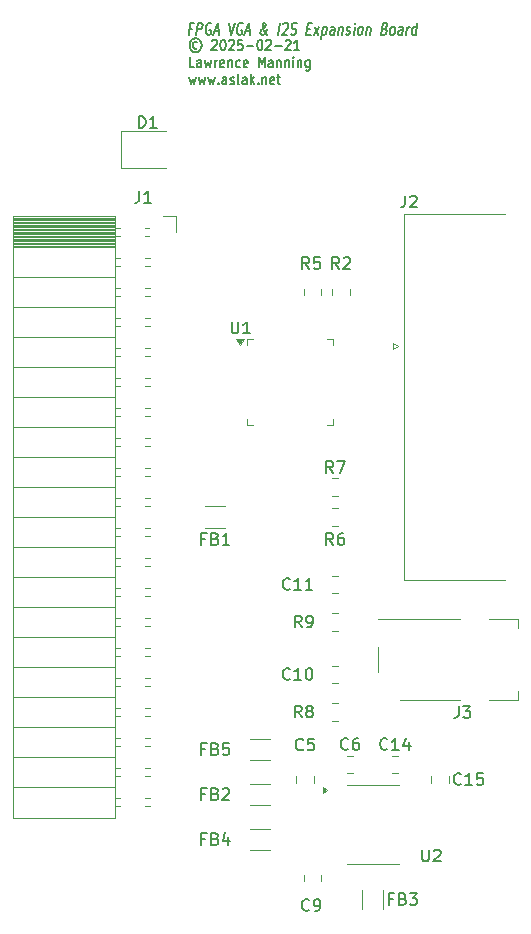
<source format=gbr>
%TF.GenerationSoftware,KiCad,Pcbnew,9.0.2+1*%
%TF.CreationDate,2025-07-26T23:55:51+01:00*%
%TF.ProjectId,ICE40HXDevBoardVGA,49434534-3048-4584-9465-76426f617264,rev?*%
%TF.SameCoordinates,Original*%
%TF.FileFunction,Legend,Top*%
%TF.FilePolarity,Positive*%
%FSLAX46Y46*%
G04 Gerber Fmt 4.6, Leading zero omitted, Abs format (unit mm)*
G04 Created by KiCad (PCBNEW 9.0.2+1) date 2025-07-26 23:55:51*
%MOMM*%
%LPD*%
G01*
G04 APERTURE LIST*
%ADD10C,0.177800*%
%ADD11C,0.190500*%
%ADD12C,0.150000*%
%ADD13C,0.120000*%
G04 APERTURE END LIST*
D10*
X91212258Y-67762450D02*
X91139687Y-67720116D01*
X91139687Y-67720116D02*
X90994544Y-67720116D01*
X90994544Y-67720116D02*
X90921973Y-67762450D01*
X90921973Y-67762450D02*
X90849401Y-67847116D01*
X90849401Y-67847116D02*
X90813115Y-67931783D01*
X90813115Y-67931783D02*
X90813115Y-68101116D01*
X90813115Y-68101116D02*
X90849401Y-68185783D01*
X90849401Y-68185783D02*
X90921973Y-68270450D01*
X90921973Y-68270450D02*
X90994544Y-68312783D01*
X90994544Y-68312783D02*
X91139687Y-68312783D01*
X91139687Y-68312783D02*
X91212258Y-68270450D01*
X91067115Y-67423783D02*
X90885687Y-67466116D01*
X90885687Y-67466116D02*
X90704258Y-67593116D01*
X90704258Y-67593116D02*
X90595401Y-67804783D01*
X90595401Y-67804783D02*
X90559115Y-68016450D01*
X90559115Y-68016450D02*
X90595401Y-68228116D01*
X90595401Y-68228116D02*
X90704258Y-68439783D01*
X90704258Y-68439783D02*
X90885687Y-68566783D01*
X90885687Y-68566783D02*
X91067115Y-68609116D01*
X91067115Y-68609116D02*
X91248544Y-68566783D01*
X91248544Y-68566783D02*
X91429973Y-68439783D01*
X91429973Y-68439783D02*
X91538830Y-68228116D01*
X91538830Y-68228116D02*
X91575115Y-68016450D01*
X91575115Y-68016450D02*
X91538830Y-67804783D01*
X91538830Y-67804783D02*
X91429973Y-67593116D01*
X91429973Y-67593116D02*
X91248544Y-67466116D01*
X91248544Y-67466116D02*
X91067115Y-67423783D01*
X92445972Y-67635450D02*
X92482258Y-67593116D01*
X92482258Y-67593116D02*
X92554830Y-67550783D01*
X92554830Y-67550783D02*
X92736258Y-67550783D01*
X92736258Y-67550783D02*
X92808830Y-67593116D01*
X92808830Y-67593116D02*
X92845115Y-67635450D01*
X92845115Y-67635450D02*
X92881401Y-67720116D01*
X92881401Y-67720116D02*
X92881401Y-67804783D01*
X92881401Y-67804783D02*
X92845115Y-67931783D01*
X92845115Y-67931783D02*
X92409687Y-68439783D01*
X92409687Y-68439783D02*
X92881401Y-68439783D01*
X93353115Y-67550783D02*
X93425686Y-67550783D01*
X93425686Y-67550783D02*
X93498258Y-67593116D01*
X93498258Y-67593116D02*
X93534544Y-67635450D01*
X93534544Y-67635450D02*
X93570829Y-67720116D01*
X93570829Y-67720116D02*
X93607115Y-67889450D01*
X93607115Y-67889450D02*
X93607115Y-68101116D01*
X93607115Y-68101116D02*
X93570829Y-68270450D01*
X93570829Y-68270450D02*
X93534544Y-68355116D01*
X93534544Y-68355116D02*
X93498258Y-68397450D01*
X93498258Y-68397450D02*
X93425686Y-68439783D01*
X93425686Y-68439783D02*
X93353115Y-68439783D01*
X93353115Y-68439783D02*
X93280544Y-68397450D01*
X93280544Y-68397450D02*
X93244258Y-68355116D01*
X93244258Y-68355116D02*
X93207972Y-68270450D01*
X93207972Y-68270450D02*
X93171686Y-68101116D01*
X93171686Y-68101116D02*
X93171686Y-67889450D01*
X93171686Y-67889450D02*
X93207972Y-67720116D01*
X93207972Y-67720116D02*
X93244258Y-67635450D01*
X93244258Y-67635450D02*
X93280544Y-67593116D01*
X93280544Y-67593116D02*
X93353115Y-67550783D01*
X93897400Y-67635450D02*
X93933686Y-67593116D01*
X93933686Y-67593116D02*
X94006258Y-67550783D01*
X94006258Y-67550783D02*
X94187686Y-67550783D01*
X94187686Y-67550783D02*
X94260258Y-67593116D01*
X94260258Y-67593116D02*
X94296543Y-67635450D01*
X94296543Y-67635450D02*
X94332829Y-67720116D01*
X94332829Y-67720116D02*
X94332829Y-67804783D01*
X94332829Y-67804783D02*
X94296543Y-67931783D01*
X94296543Y-67931783D02*
X93861115Y-68439783D01*
X93861115Y-68439783D02*
X94332829Y-68439783D01*
X95022257Y-67550783D02*
X94659400Y-67550783D01*
X94659400Y-67550783D02*
X94623114Y-67974116D01*
X94623114Y-67974116D02*
X94659400Y-67931783D01*
X94659400Y-67931783D02*
X94731972Y-67889450D01*
X94731972Y-67889450D02*
X94913400Y-67889450D01*
X94913400Y-67889450D02*
X94985972Y-67931783D01*
X94985972Y-67931783D02*
X95022257Y-67974116D01*
X95022257Y-67974116D02*
X95058543Y-68058783D01*
X95058543Y-68058783D02*
X95058543Y-68270450D01*
X95058543Y-68270450D02*
X95022257Y-68355116D01*
X95022257Y-68355116D02*
X94985972Y-68397450D01*
X94985972Y-68397450D02*
X94913400Y-68439783D01*
X94913400Y-68439783D02*
X94731972Y-68439783D01*
X94731972Y-68439783D02*
X94659400Y-68397450D01*
X94659400Y-68397450D02*
X94623114Y-68355116D01*
X95385114Y-68101116D02*
X95965686Y-68101116D01*
X96473686Y-67550783D02*
X96546257Y-67550783D01*
X96546257Y-67550783D02*
X96618829Y-67593116D01*
X96618829Y-67593116D02*
X96655115Y-67635450D01*
X96655115Y-67635450D02*
X96691400Y-67720116D01*
X96691400Y-67720116D02*
X96727686Y-67889450D01*
X96727686Y-67889450D02*
X96727686Y-68101116D01*
X96727686Y-68101116D02*
X96691400Y-68270450D01*
X96691400Y-68270450D02*
X96655115Y-68355116D01*
X96655115Y-68355116D02*
X96618829Y-68397450D01*
X96618829Y-68397450D02*
X96546257Y-68439783D01*
X96546257Y-68439783D02*
X96473686Y-68439783D01*
X96473686Y-68439783D02*
X96401115Y-68397450D01*
X96401115Y-68397450D02*
X96364829Y-68355116D01*
X96364829Y-68355116D02*
X96328543Y-68270450D01*
X96328543Y-68270450D02*
X96292257Y-68101116D01*
X96292257Y-68101116D02*
X96292257Y-67889450D01*
X96292257Y-67889450D02*
X96328543Y-67720116D01*
X96328543Y-67720116D02*
X96364829Y-67635450D01*
X96364829Y-67635450D02*
X96401115Y-67593116D01*
X96401115Y-67593116D02*
X96473686Y-67550783D01*
X97017971Y-67635450D02*
X97054257Y-67593116D01*
X97054257Y-67593116D02*
X97126829Y-67550783D01*
X97126829Y-67550783D02*
X97308257Y-67550783D01*
X97308257Y-67550783D02*
X97380829Y-67593116D01*
X97380829Y-67593116D02*
X97417114Y-67635450D01*
X97417114Y-67635450D02*
X97453400Y-67720116D01*
X97453400Y-67720116D02*
X97453400Y-67804783D01*
X97453400Y-67804783D02*
X97417114Y-67931783D01*
X97417114Y-67931783D02*
X96981686Y-68439783D01*
X96981686Y-68439783D02*
X97453400Y-68439783D01*
X97779971Y-68101116D02*
X98360543Y-68101116D01*
X98687114Y-67635450D02*
X98723400Y-67593116D01*
X98723400Y-67593116D02*
X98795972Y-67550783D01*
X98795972Y-67550783D02*
X98977400Y-67550783D01*
X98977400Y-67550783D02*
X99049972Y-67593116D01*
X99049972Y-67593116D02*
X99086257Y-67635450D01*
X99086257Y-67635450D02*
X99122543Y-67720116D01*
X99122543Y-67720116D02*
X99122543Y-67804783D01*
X99122543Y-67804783D02*
X99086257Y-67931783D01*
X99086257Y-67931783D02*
X98650829Y-68439783D01*
X98650829Y-68439783D02*
X99122543Y-68439783D01*
X99848257Y-68439783D02*
X99412828Y-68439783D01*
X99630543Y-68439783D02*
X99630543Y-67550783D01*
X99630543Y-67550783D02*
X99557971Y-67677783D01*
X99557971Y-67677783D02*
X99485400Y-67762450D01*
X99485400Y-67762450D02*
X99412828Y-67804783D01*
X90958258Y-69871023D02*
X90595401Y-69871023D01*
X90595401Y-69871023D02*
X90595401Y-68982023D01*
X91538830Y-69871023D02*
X91538830Y-69405356D01*
X91538830Y-69405356D02*
X91502544Y-69320690D01*
X91502544Y-69320690D02*
X91429972Y-69278356D01*
X91429972Y-69278356D02*
X91284830Y-69278356D01*
X91284830Y-69278356D02*
X91212258Y-69320690D01*
X91538830Y-69828690D02*
X91466258Y-69871023D01*
X91466258Y-69871023D02*
X91284830Y-69871023D01*
X91284830Y-69871023D02*
X91212258Y-69828690D01*
X91212258Y-69828690D02*
X91175972Y-69744023D01*
X91175972Y-69744023D02*
X91175972Y-69659356D01*
X91175972Y-69659356D02*
X91212258Y-69574690D01*
X91212258Y-69574690D02*
X91284830Y-69532356D01*
X91284830Y-69532356D02*
X91466258Y-69532356D01*
X91466258Y-69532356D02*
X91538830Y-69490023D01*
X91829116Y-69278356D02*
X91974259Y-69871023D01*
X91974259Y-69871023D02*
X92119401Y-69447690D01*
X92119401Y-69447690D02*
X92264544Y-69871023D01*
X92264544Y-69871023D02*
X92409687Y-69278356D01*
X92699973Y-69871023D02*
X92699973Y-69278356D01*
X92699973Y-69447690D02*
X92736259Y-69363023D01*
X92736259Y-69363023D02*
X92772545Y-69320690D01*
X92772545Y-69320690D02*
X92845116Y-69278356D01*
X92845116Y-69278356D02*
X92917687Y-69278356D01*
X93461973Y-69828690D02*
X93389401Y-69871023D01*
X93389401Y-69871023D02*
X93244259Y-69871023D01*
X93244259Y-69871023D02*
X93171687Y-69828690D01*
X93171687Y-69828690D02*
X93135401Y-69744023D01*
X93135401Y-69744023D02*
X93135401Y-69405356D01*
X93135401Y-69405356D02*
X93171687Y-69320690D01*
X93171687Y-69320690D02*
X93244259Y-69278356D01*
X93244259Y-69278356D02*
X93389401Y-69278356D01*
X93389401Y-69278356D02*
X93461973Y-69320690D01*
X93461973Y-69320690D02*
X93498259Y-69405356D01*
X93498259Y-69405356D02*
X93498259Y-69490023D01*
X93498259Y-69490023D02*
X93135401Y-69574690D01*
X93824830Y-69278356D02*
X93824830Y-69871023D01*
X93824830Y-69363023D02*
X93861116Y-69320690D01*
X93861116Y-69320690D02*
X93933687Y-69278356D01*
X93933687Y-69278356D02*
X94042544Y-69278356D01*
X94042544Y-69278356D02*
X94115116Y-69320690D01*
X94115116Y-69320690D02*
X94151402Y-69405356D01*
X94151402Y-69405356D02*
X94151402Y-69871023D01*
X94840831Y-69828690D02*
X94768259Y-69871023D01*
X94768259Y-69871023D02*
X94623116Y-69871023D01*
X94623116Y-69871023D02*
X94550545Y-69828690D01*
X94550545Y-69828690D02*
X94514259Y-69786356D01*
X94514259Y-69786356D02*
X94477973Y-69701690D01*
X94477973Y-69701690D02*
X94477973Y-69447690D01*
X94477973Y-69447690D02*
X94514259Y-69363023D01*
X94514259Y-69363023D02*
X94550545Y-69320690D01*
X94550545Y-69320690D02*
X94623116Y-69278356D01*
X94623116Y-69278356D02*
X94768259Y-69278356D01*
X94768259Y-69278356D02*
X94840831Y-69320690D01*
X95457688Y-69828690D02*
X95385116Y-69871023D01*
X95385116Y-69871023D02*
X95239974Y-69871023D01*
X95239974Y-69871023D02*
X95167402Y-69828690D01*
X95167402Y-69828690D02*
X95131116Y-69744023D01*
X95131116Y-69744023D02*
X95131116Y-69405356D01*
X95131116Y-69405356D02*
X95167402Y-69320690D01*
X95167402Y-69320690D02*
X95239974Y-69278356D01*
X95239974Y-69278356D02*
X95385116Y-69278356D01*
X95385116Y-69278356D02*
X95457688Y-69320690D01*
X95457688Y-69320690D02*
X95493974Y-69405356D01*
X95493974Y-69405356D02*
X95493974Y-69490023D01*
X95493974Y-69490023D02*
X95131116Y-69574690D01*
X96401116Y-69871023D02*
X96401116Y-68982023D01*
X96401116Y-68982023D02*
X96655116Y-69617023D01*
X96655116Y-69617023D02*
X96909116Y-68982023D01*
X96909116Y-68982023D02*
X96909116Y-69871023D01*
X97598545Y-69871023D02*
X97598545Y-69405356D01*
X97598545Y-69405356D02*
X97562259Y-69320690D01*
X97562259Y-69320690D02*
X97489687Y-69278356D01*
X97489687Y-69278356D02*
X97344545Y-69278356D01*
X97344545Y-69278356D02*
X97271973Y-69320690D01*
X97598545Y-69828690D02*
X97525973Y-69871023D01*
X97525973Y-69871023D02*
X97344545Y-69871023D01*
X97344545Y-69871023D02*
X97271973Y-69828690D01*
X97271973Y-69828690D02*
X97235687Y-69744023D01*
X97235687Y-69744023D02*
X97235687Y-69659356D01*
X97235687Y-69659356D02*
X97271973Y-69574690D01*
X97271973Y-69574690D02*
X97344545Y-69532356D01*
X97344545Y-69532356D02*
X97525973Y-69532356D01*
X97525973Y-69532356D02*
X97598545Y-69490023D01*
X97961402Y-69278356D02*
X97961402Y-69871023D01*
X97961402Y-69363023D02*
X97997688Y-69320690D01*
X97997688Y-69320690D02*
X98070259Y-69278356D01*
X98070259Y-69278356D02*
X98179116Y-69278356D01*
X98179116Y-69278356D02*
X98251688Y-69320690D01*
X98251688Y-69320690D02*
X98287974Y-69405356D01*
X98287974Y-69405356D02*
X98287974Y-69871023D01*
X98650831Y-69278356D02*
X98650831Y-69871023D01*
X98650831Y-69363023D02*
X98687117Y-69320690D01*
X98687117Y-69320690D02*
X98759688Y-69278356D01*
X98759688Y-69278356D02*
X98868545Y-69278356D01*
X98868545Y-69278356D02*
X98941117Y-69320690D01*
X98941117Y-69320690D02*
X98977403Y-69405356D01*
X98977403Y-69405356D02*
X98977403Y-69871023D01*
X99340260Y-69871023D02*
X99340260Y-69278356D01*
X99340260Y-68982023D02*
X99303974Y-69024356D01*
X99303974Y-69024356D02*
X99340260Y-69066690D01*
X99340260Y-69066690D02*
X99376546Y-69024356D01*
X99376546Y-69024356D02*
X99340260Y-68982023D01*
X99340260Y-68982023D02*
X99340260Y-69066690D01*
X99703117Y-69278356D02*
X99703117Y-69871023D01*
X99703117Y-69363023D02*
X99739403Y-69320690D01*
X99739403Y-69320690D02*
X99811974Y-69278356D01*
X99811974Y-69278356D02*
X99920831Y-69278356D01*
X99920831Y-69278356D02*
X99993403Y-69320690D01*
X99993403Y-69320690D02*
X100029689Y-69405356D01*
X100029689Y-69405356D02*
X100029689Y-69871023D01*
X100719118Y-69278356D02*
X100719118Y-69998023D01*
X100719118Y-69998023D02*
X100682832Y-70082690D01*
X100682832Y-70082690D02*
X100646546Y-70125023D01*
X100646546Y-70125023D02*
X100573975Y-70167356D01*
X100573975Y-70167356D02*
X100465118Y-70167356D01*
X100465118Y-70167356D02*
X100392546Y-70125023D01*
X100719118Y-69828690D02*
X100646546Y-69871023D01*
X100646546Y-69871023D02*
X100501403Y-69871023D01*
X100501403Y-69871023D02*
X100428832Y-69828690D01*
X100428832Y-69828690D02*
X100392546Y-69786356D01*
X100392546Y-69786356D02*
X100356260Y-69701690D01*
X100356260Y-69701690D02*
X100356260Y-69447690D01*
X100356260Y-69447690D02*
X100392546Y-69363023D01*
X100392546Y-69363023D02*
X100428832Y-69320690D01*
X100428832Y-69320690D02*
X100501403Y-69278356D01*
X100501403Y-69278356D02*
X100646546Y-69278356D01*
X100646546Y-69278356D02*
X100719118Y-69320690D01*
X90522830Y-70709596D02*
X90667973Y-71302263D01*
X90667973Y-71302263D02*
X90813115Y-70878930D01*
X90813115Y-70878930D02*
X90958258Y-71302263D01*
X90958258Y-71302263D02*
X91103401Y-70709596D01*
X91321116Y-70709596D02*
X91466259Y-71302263D01*
X91466259Y-71302263D02*
X91611401Y-70878930D01*
X91611401Y-70878930D02*
X91756544Y-71302263D01*
X91756544Y-71302263D02*
X91901687Y-70709596D01*
X92119402Y-70709596D02*
X92264545Y-71302263D01*
X92264545Y-71302263D02*
X92409687Y-70878930D01*
X92409687Y-70878930D02*
X92554830Y-71302263D01*
X92554830Y-71302263D02*
X92699973Y-70709596D01*
X92990259Y-71217596D02*
X93026545Y-71259930D01*
X93026545Y-71259930D02*
X92990259Y-71302263D01*
X92990259Y-71302263D02*
X92953973Y-71259930D01*
X92953973Y-71259930D02*
X92990259Y-71217596D01*
X92990259Y-71217596D02*
X92990259Y-71302263D01*
X93679688Y-71302263D02*
X93679688Y-70836596D01*
X93679688Y-70836596D02*
X93643402Y-70751930D01*
X93643402Y-70751930D02*
X93570830Y-70709596D01*
X93570830Y-70709596D02*
X93425688Y-70709596D01*
X93425688Y-70709596D02*
X93353116Y-70751930D01*
X93679688Y-71259930D02*
X93607116Y-71302263D01*
X93607116Y-71302263D02*
X93425688Y-71302263D01*
X93425688Y-71302263D02*
X93353116Y-71259930D01*
X93353116Y-71259930D02*
X93316830Y-71175263D01*
X93316830Y-71175263D02*
X93316830Y-71090596D01*
X93316830Y-71090596D02*
X93353116Y-71005930D01*
X93353116Y-71005930D02*
X93425688Y-70963596D01*
X93425688Y-70963596D02*
X93607116Y-70963596D01*
X93607116Y-70963596D02*
X93679688Y-70921263D01*
X94006259Y-71259930D02*
X94078831Y-71302263D01*
X94078831Y-71302263D02*
X94223974Y-71302263D01*
X94223974Y-71302263D02*
X94296545Y-71259930D01*
X94296545Y-71259930D02*
X94332831Y-71175263D01*
X94332831Y-71175263D02*
X94332831Y-71132930D01*
X94332831Y-71132930D02*
X94296545Y-71048263D01*
X94296545Y-71048263D02*
X94223974Y-71005930D01*
X94223974Y-71005930D02*
X94115117Y-71005930D01*
X94115117Y-71005930D02*
X94042545Y-70963596D01*
X94042545Y-70963596D02*
X94006259Y-70878930D01*
X94006259Y-70878930D02*
X94006259Y-70836596D01*
X94006259Y-70836596D02*
X94042545Y-70751930D01*
X94042545Y-70751930D02*
X94115117Y-70709596D01*
X94115117Y-70709596D02*
X94223974Y-70709596D01*
X94223974Y-70709596D02*
X94296545Y-70751930D01*
X94768259Y-71302263D02*
X94695688Y-71259930D01*
X94695688Y-71259930D02*
X94659402Y-71175263D01*
X94659402Y-71175263D02*
X94659402Y-70413263D01*
X95385117Y-71302263D02*
X95385117Y-70836596D01*
X95385117Y-70836596D02*
X95348831Y-70751930D01*
X95348831Y-70751930D02*
X95276259Y-70709596D01*
X95276259Y-70709596D02*
X95131117Y-70709596D01*
X95131117Y-70709596D02*
X95058545Y-70751930D01*
X95385117Y-71259930D02*
X95312545Y-71302263D01*
X95312545Y-71302263D02*
X95131117Y-71302263D01*
X95131117Y-71302263D02*
X95058545Y-71259930D01*
X95058545Y-71259930D02*
X95022259Y-71175263D01*
X95022259Y-71175263D02*
X95022259Y-71090596D01*
X95022259Y-71090596D02*
X95058545Y-71005930D01*
X95058545Y-71005930D02*
X95131117Y-70963596D01*
X95131117Y-70963596D02*
X95312545Y-70963596D01*
X95312545Y-70963596D02*
X95385117Y-70921263D01*
X95747974Y-71302263D02*
X95747974Y-70413263D01*
X95820546Y-70963596D02*
X96038260Y-71302263D01*
X96038260Y-70709596D02*
X95747974Y-71048263D01*
X96364831Y-71217596D02*
X96401117Y-71259930D01*
X96401117Y-71259930D02*
X96364831Y-71302263D01*
X96364831Y-71302263D02*
X96328545Y-71259930D01*
X96328545Y-71259930D02*
X96364831Y-71217596D01*
X96364831Y-71217596D02*
X96364831Y-71302263D01*
X96727688Y-70709596D02*
X96727688Y-71302263D01*
X96727688Y-70794263D02*
X96763974Y-70751930D01*
X96763974Y-70751930D02*
X96836545Y-70709596D01*
X96836545Y-70709596D02*
X96945402Y-70709596D01*
X96945402Y-70709596D02*
X97017974Y-70751930D01*
X97017974Y-70751930D02*
X97054260Y-70836596D01*
X97054260Y-70836596D02*
X97054260Y-71302263D01*
X97707403Y-71259930D02*
X97634831Y-71302263D01*
X97634831Y-71302263D02*
X97489689Y-71302263D01*
X97489689Y-71302263D02*
X97417117Y-71259930D01*
X97417117Y-71259930D02*
X97380831Y-71175263D01*
X97380831Y-71175263D02*
X97380831Y-70836596D01*
X97380831Y-70836596D02*
X97417117Y-70751930D01*
X97417117Y-70751930D02*
X97489689Y-70709596D01*
X97489689Y-70709596D02*
X97634831Y-70709596D01*
X97634831Y-70709596D02*
X97707403Y-70751930D01*
X97707403Y-70751930D02*
X97743689Y-70836596D01*
X97743689Y-70836596D02*
X97743689Y-70921263D01*
X97743689Y-70921263D02*
X97380831Y-71005930D01*
X97961403Y-70709596D02*
X98251689Y-70709596D01*
X98070260Y-70413263D02*
X98070260Y-71175263D01*
X98070260Y-71175263D02*
X98106546Y-71259930D01*
X98106546Y-71259930D02*
X98179117Y-71302263D01*
X98179117Y-71302263D02*
X98251689Y-71302263D01*
D11*
X90791232Y-66602924D02*
X90537232Y-66602924D01*
X90470708Y-67135114D02*
X90597708Y-66119114D01*
X90597708Y-66119114D02*
X90960566Y-66119114D01*
X91123851Y-67135114D02*
X91250851Y-66119114D01*
X91250851Y-66119114D02*
X91541137Y-66119114D01*
X91541137Y-66119114D02*
X91607661Y-66167495D01*
X91607661Y-66167495D02*
X91637899Y-66215876D01*
X91637899Y-66215876D02*
X91662090Y-66312638D01*
X91662090Y-66312638D02*
X91643947Y-66457781D01*
X91643947Y-66457781D02*
X91595566Y-66554543D01*
X91595566Y-66554543D02*
X91553232Y-66602924D01*
X91553232Y-66602924D02*
X91474613Y-66651305D01*
X91474613Y-66651305D02*
X91184328Y-66651305D01*
X92405947Y-66167495D02*
X92339423Y-66119114D01*
X92339423Y-66119114D02*
X92230566Y-66119114D01*
X92230566Y-66119114D02*
X92115661Y-66167495D01*
X92115661Y-66167495D02*
X92030994Y-66264257D01*
X92030994Y-66264257D02*
X91982613Y-66361019D01*
X91982613Y-66361019D02*
X91922137Y-66554543D01*
X91922137Y-66554543D02*
X91903994Y-66699686D01*
X91903994Y-66699686D02*
X91916090Y-66893210D01*
X91916090Y-66893210D02*
X91940280Y-66989972D01*
X91940280Y-66989972D02*
X92000756Y-67086734D01*
X92000756Y-67086734D02*
X92103566Y-67135114D01*
X92103566Y-67135114D02*
X92176137Y-67135114D01*
X92176137Y-67135114D02*
X92291042Y-67086734D01*
X92291042Y-67086734D02*
X92333375Y-67038353D01*
X92333375Y-67038353D02*
X92375709Y-66699686D01*
X92375709Y-66699686D02*
X92230566Y-66699686D01*
X92647851Y-66844829D02*
X93010709Y-66844829D01*
X92538994Y-67135114D02*
X92919994Y-66119114D01*
X92919994Y-66119114D02*
X93046994Y-67135114D01*
X93899708Y-66119114D02*
X94026708Y-67135114D01*
X94026708Y-67135114D02*
X94407708Y-66119114D01*
X95054804Y-66167495D02*
X94988280Y-66119114D01*
X94988280Y-66119114D02*
X94879423Y-66119114D01*
X94879423Y-66119114D02*
X94764518Y-66167495D01*
X94764518Y-66167495D02*
X94679851Y-66264257D01*
X94679851Y-66264257D02*
X94631470Y-66361019D01*
X94631470Y-66361019D02*
X94570994Y-66554543D01*
X94570994Y-66554543D02*
X94552851Y-66699686D01*
X94552851Y-66699686D02*
X94564947Y-66893210D01*
X94564947Y-66893210D02*
X94589137Y-66989972D01*
X94589137Y-66989972D02*
X94649613Y-67086734D01*
X94649613Y-67086734D02*
X94752423Y-67135114D01*
X94752423Y-67135114D02*
X94824994Y-67135114D01*
X94824994Y-67135114D02*
X94939899Y-67086734D01*
X94939899Y-67086734D02*
X94982232Y-67038353D01*
X94982232Y-67038353D02*
X95024566Y-66699686D01*
X95024566Y-66699686D02*
X94879423Y-66699686D01*
X95296708Y-66844829D02*
X95659566Y-66844829D01*
X95187851Y-67135114D02*
X95568851Y-66119114D01*
X95568851Y-66119114D02*
X95695851Y-67135114D01*
X97147280Y-67135114D02*
X97110994Y-67135114D01*
X97110994Y-67135114D02*
X97044470Y-67086734D01*
X97044470Y-67086734D02*
X96953756Y-66941591D01*
X96953756Y-66941591D02*
X96808613Y-66651305D01*
X96808613Y-66651305D02*
X96754184Y-66506162D01*
X96754184Y-66506162D02*
X96736042Y-66361019D01*
X96736042Y-66361019D02*
X96748137Y-66264257D01*
X96748137Y-66264257D02*
X96796518Y-66167495D01*
X96796518Y-66167495D02*
X96875137Y-66119114D01*
X96875137Y-66119114D02*
X96911422Y-66119114D01*
X96911422Y-66119114D02*
X96977946Y-66167495D01*
X96977946Y-66167495D02*
X97002137Y-66264257D01*
X97002137Y-66264257D02*
X96996089Y-66312638D01*
X96996089Y-66312638D02*
X96947708Y-66409400D01*
X96947708Y-66409400D02*
X96905375Y-66457781D01*
X96905375Y-66457781D02*
X96663470Y-66651305D01*
X96663470Y-66651305D02*
X96621137Y-66699686D01*
X96621137Y-66699686D02*
X96572756Y-66796448D01*
X96572756Y-66796448D02*
X96554613Y-66941591D01*
X96554613Y-66941591D02*
X96578803Y-67038353D01*
X96578803Y-67038353D02*
X96609042Y-67086734D01*
X96609042Y-67086734D02*
X96675565Y-67135114D01*
X96675565Y-67135114D02*
X96784422Y-67135114D01*
X96784422Y-67135114D02*
X96863042Y-67086734D01*
X96863042Y-67086734D02*
X96905375Y-67038353D01*
X96905375Y-67038353D02*
X97038422Y-66844829D01*
X97038422Y-66844829D02*
X97092851Y-66699686D01*
X97092851Y-66699686D02*
X97104946Y-66602924D01*
X98054422Y-67135114D02*
X98181422Y-66119114D01*
X98495899Y-66215876D02*
X98538232Y-66167495D01*
X98538232Y-66167495D02*
X98616851Y-66119114D01*
X98616851Y-66119114D02*
X98798279Y-66119114D01*
X98798279Y-66119114D02*
X98864803Y-66167495D01*
X98864803Y-66167495D02*
X98895041Y-66215876D01*
X98895041Y-66215876D02*
X98919232Y-66312638D01*
X98919232Y-66312638D02*
X98907137Y-66409400D01*
X98907137Y-66409400D02*
X98852708Y-66554543D01*
X98852708Y-66554543D02*
X98344708Y-67135114D01*
X98344708Y-67135114D02*
X98816422Y-67135114D01*
X99112755Y-67086734D02*
X99215565Y-67135114D01*
X99215565Y-67135114D02*
X99396993Y-67135114D01*
X99396993Y-67135114D02*
X99475613Y-67086734D01*
X99475613Y-67086734D02*
X99517946Y-67038353D01*
X99517946Y-67038353D02*
X99566327Y-66941591D01*
X99566327Y-66941591D02*
X99578422Y-66844829D01*
X99578422Y-66844829D02*
X99554232Y-66748067D01*
X99554232Y-66748067D02*
X99523993Y-66699686D01*
X99523993Y-66699686D02*
X99457470Y-66651305D01*
X99457470Y-66651305D02*
X99318374Y-66602924D01*
X99318374Y-66602924D02*
X99251851Y-66554543D01*
X99251851Y-66554543D02*
X99221613Y-66506162D01*
X99221613Y-66506162D02*
X99197422Y-66409400D01*
X99197422Y-66409400D02*
X99209517Y-66312638D01*
X99209517Y-66312638D02*
X99257898Y-66215876D01*
X99257898Y-66215876D02*
X99300232Y-66167495D01*
X99300232Y-66167495D02*
X99378851Y-66119114D01*
X99378851Y-66119114D02*
X99560279Y-66119114D01*
X99560279Y-66119114D02*
X99663089Y-66167495D01*
X100515802Y-66602924D02*
X100769802Y-66602924D01*
X100812136Y-67135114D02*
X100449278Y-67135114D01*
X100449278Y-67135114D02*
X100576278Y-66119114D01*
X100576278Y-66119114D02*
X100939136Y-66119114D01*
X101066136Y-67135114D02*
X101549946Y-66457781D01*
X101150803Y-66457781D02*
X101465279Y-67135114D01*
X101840231Y-66457781D02*
X101713231Y-67473781D01*
X101834184Y-66506162D02*
X101912803Y-66457781D01*
X101912803Y-66457781D02*
X102057945Y-66457781D01*
X102057945Y-66457781D02*
X102124469Y-66506162D01*
X102124469Y-66506162D02*
X102154707Y-66554543D01*
X102154707Y-66554543D02*
X102178898Y-66651305D01*
X102178898Y-66651305D02*
X102142612Y-66941591D01*
X102142612Y-66941591D02*
X102094231Y-67038353D01*
X102094231Y-67038353D02*
X102051898Y-67086734D01*
X102051898Y-67086734D02*
X101973279Y-67135114D01*
X101973279Y-67135114D02*
X101828136Y-67135114D01*
X101828136Y-67135114D02*
X101761612Y-67086734D01*
X102771565Y-67135114D02*
X102838089Y-66602924D01*
X102838089Y-66602924D02*
X102813898Y-66506162D01*
X102813898Y-66506162D02*
X102747374Y-66457781D01*
X102747374Y-66457781D02*
X102602232Y-66457781D01*
X102602232Y-66457781D02*
X102523613Y-66506162D01*
X102777613Y-67086734D02*
X102698993Y-67135114D01*
X102698993Y-67135114D02*
X102517565Y-67135114D01*
X102517565Y-67135114D02*
X102451041Y-67086734D01*
X102451041Y-67086734D02*
X102426851Y-66989972D01*
X102426851Y-66989972D02*
X102438946Y-66893210D01*
X102438946Y-66893210D02*
X102487327Y-66796448D01*
X102487327Y-66796448D02*
X102565946Y-66748067D01*
X102565946Y-66748067D02*
X102747374Y-66748067D01*
X102747374Y-66748067D02*
X102825993Y-66699686D01*
X103219089Y-66457781D02*
X103134422Y-67135114D01*
X103206994Y-66554543D02*
X103249327Y-66506162D01*
X103249327Y-66506162D02*
X103327946Y-66457781D01*
X103327946Y-66457781D02*
X103436803Y-66457781D01*
X103436803Y-66457781D02*
X103503327Y-66506162D01*
X103503327Y-66506162D02*
X103527518Y-66602924D01*
X103527518Y-66602924D02*
X103460994Y-67135114D01*
X103793613Y-67086734D02*
X103860137Y-67135114D01*
X103860137Y-67135114D02*
X104005280Y-67135114D01*
X104005280Y-67135114D02*
X104083899Y-67086734D01*
X104083899Y-67086734D02*
X104132280Y-66989972D01*
X104132280Y-66989972D02*
X104138328Y-66941591D01*
X104138328Y-66941591D02*
X104114137Y-66844829D01*
X104114137Y-66844829D02*
X104047613Y-66796448D01*
X104047613Y-66796448D02*
X103938756Y-66796448D01*
X103938756Y-66796448D02*
X103872232Y-66748067D01*
X103872232Y-66748067D02*
X103848042Y-66651305D01*
X103848042Y-66651305D02*
X103854090Y-66602924D01*
X103854090Y-66602924D02*
X103902471Y-66506162D01*
X103902471Y-66506162D02*
X103981090Y-66457781D01*
X103981090Y-66457781D02*
X104089947Y-66457781D01*
X104089947Y-66457781D02*
X104156471Y-66506162D01*
X104440708Y-67135114D02*
X104525375Y-66457781D01*
X104567708Y-66119114D02*
X104525375Y-66167495D01*
X104525375Y-66167495D02*
X104555613Y-66215876D01*
X104555613Y-66215876D02*
X104597947Y-66167495D01*
X104597947Y-66167495D02*
X104567708Y-66119114D01*
X104567708Y-66119114D02*
X104555613Y-66215876D01*
X104912423Y-67135114D02*
X104845899Y-67086734D01*
X104845899Y-67086734D02*
X104815661Y-67038353D01*
X104815661Y-67038353D02*
X104791470Y-66941591D01*
X104791470Y-66941591D02*
X104827756Y-66651305D01*
X104827756Y-66651305D02*
X104876137Y-66554543D01*
X104876137Y-66554543D02*
X104918470Y-66506162D01*
X104918470Y-66506162D02*
X104997089Y-66457781D01*
X104997089Y-66457781D02*
X105105946Y-66457781D01*
X105105946Y-66457781D02*
X105172470Y-66506162D01*
X105172470Y-66506162D02*
X105202708Y-66554543D01*
X105202708Y-66554543D02*
X105226899Y-66651305D01*
X105226899Y-66651305D02*
X105190613Y-66941591D01*
X105190613Y-66941591D02*
X105142232Y-67038353D01*
X105142232Y-67038353D02*
X105099899Y-67086734D01*
X105099899Y-67086734D02*
X105021280Y-67135114D01*
X105021280Y-67135114D02*
X104912423Y-67135114D01*
X105577661Y-66457781D02*
X105492994Y-67135114D01*
X105565566Y-66554543D02*
X105607899Y-66506162D01*
X105607899Y-66506162D02*
X105686518Y-66457781D01*
X105686518Y-66457781D02*
X105795375Y-66457781D01*
X105795375Y-66457781D02*
X105861899Y-66506162D01*
X105861899Y-66506162D02*
X105886090Y-66602924D01*
X105886090Y-66602924D02*
X105819566Y-67135114D01*
X107083518Y-66602924D02*
X107186328Y-66651305D01*
X107186328Y-66651305D02*
X107216566Y-66699686D01*
X107216566Y-66699686D02*
X107240756Y-66796448D01*
X107240756Y-66796448D02*
X107222614Y-66941591D01*
X107222614Y-66941591D02*
X107174233Y-67038353D01*
X107174233Y-67038353D02*
X107131899Y-67086734D01*
X107131899Y-67086734D02*
X107053280Y-67135114D01*
X107053280Y-67135114D02*
X106762994Y-67135114D01*
X106762994Y-67135114D02*
X106889994Y-66119114D01*
X106889994Y-66119114D02*
X107143994Y-66119114D01*
X107143994Y-66119114D02*
X107210518Y-66167495D01*
X107210518Y-66167495D02*
X107240756Y-66215876D01*
X107240756Y-66215876D02*
X107264947Y-66312638D01*
X107264947Y-66312638D02*
X107252852Y-66409400D01*
X107252852Y-66409400D02*
X107204471Y-66506162D01*
X107204471Y-66506162D02*
X107162137Y-66554543D01*
X107162137Y-66554543D02*
X107083518Y-66602924D01*
X107083518Y-66602924D02*
X106829518Y-66602924D01*
X107633852Y-67135114D02*
X107567328Y-67086734D01*
X107567328Y-67086734D02*
X107537090Y-67038353D01*
X107537090Y-67038353D02*
X107512899Y-66941591D01*
X107512899Y-66941591D02*
X107549185Y-66651305D01*
X107549185Y-66651305D02*
X107597566Y-66554543D01*
X107597566Y-66554543D02*
X107639899Y-66506162D01*
X107639899Y-66506162D02*
X107718518Y-66457781D01*
X107718518Y-66457781D02*
X107827375Y-66457781D01*
X107827375Y-66457781D02*
X107893899Y-66506162D01*
X107893899Y-66506162D02*
X107924137Y-66554543D01*
X107924137Y-66554543D02*
X107948328Y-66651305D01*
X107948328Y-66651305D02*
X107912042Y-66941591D01*
X107912042Y-66941591D02*
X107863661Y-67038353D01*
X107863661Y-67038353D02*
X107821328Y-67086734D01*
X107821328Y-67086734D02*
X107742709Y-67135114D01*
X107742709Y-67135114D02*
X107633852Y-67135114D01*
X108540995Y-67135114D02*
X108607519Y-66602924D01*
X108607519Y-66602924D02*
X108583328Y-66506162D01*
X108583328Y-66506162D02*
X108516804Y-66457781D01*
X108516804Y-66457781D02*
X108371662Y-66457781D01*
X108371662Y-66457781D02*
X108293043Y-66506162D01*
X108547043Y-67086734D02*
X108468423Y-67135114D01*
X108468423Y-67135114D02*
X108286995Y-67135114D01*
X108286995Y-67135114D02*
X108220471Y-67086734D01*
X108220471Y-67086734D02*
X108196281Y-66989972D01*
X108196281Y-66989972D02*
X108208376Y-66893210D01*
X108208376Y-66893210D02*
X108256757Y-66796448D01*
X108256757Y-66796448D02*
X108335376Y-66748067D01*
X108335376Y-66748067D02*
X108516804Y-66748067D01*
X108516804Y-66748067D02*
X108595423Y-66699686D01*
X108903852Y-67135114D02*
X108988519Y-66457781D01*
X108964329Y-66651305D02*
X109012710Y-66554543D01*
X109012710Y-66554543D02*
X109055043Y-66506162D01*
X109055043Y-66506162D02*
X109133662Y-66457781D01*
X109133662Y-66457781D02*
X109206233Y-66457781D01*
X109702138Y-67135114D02*
X109829138Y-66119114D01*
X109708186Y-67086734D02*
X109629566Y-67135114D01*
X109629566Y-67135114D02*
X109484424Y-67135114D01*
X109484424Y-67135114D02*
X109417900Y-67086734D01*
X109417900Y-67086734D02*
X109387662Y-67038353D01*
X109387662Y-67038353D02*
X109363471Y-66941591D01*
X109363471Y-66941591D02*
X109399757Y-66651305D01*
X109399757Y-66651305D02*
X109448138Y-66554543D01*
X109448138Y-66554543D02*
X109490471Y-66506162D01*
X109490471Y-66506162D02*
X109569090Y-66457781D01*
X109569090Y-66457781D02*
X109714233Y-66457781D01*
X109714233Y-66457781D02*
X109780757Y-66506162D01*
D12*
X103973333Y-127584580D02*
X103925714Y-127632200D01*
X103925714Y-127632200D02*
X103782857Y-127679819D01*
X103782857Y-127679819D02*
X103687619Y-127679819D01*
X103687619Y-127679819D02*
X103544762Y-127632200D01*
X103544762Y-127632200D02*
X103449524Y-127536961D01*
X103449524Y-127536961D02*
X103401905Y-127441723D01*
X103401905Y-127441723D02*
X103354286Y-127251247D01*
X103354286Y-127251247D02*
X103354286Y-127108390D01*
X103354286Y-127108390D02*
X103401905Y-126917914D01*
X103401905Y-126917914D02*
X103449524Y-126822676D01*
X103449524Y-126822676D02*
X103544762Y-126727438D01*
X103544762Y-126727438D02*
X103687619Y-126679819D01*
X103687619Y-126679819D02*
X103782857Y-126679819D01*
X103782857Y-126679819D02*
X103925714Y-126727438D01*
X103925714Y-126727438D02*
X103973333Y-126775057D01*
X104830476Y-126679819D02*
X104640000Y-126679819D01*
X104640000Y-126679819D02*
X104544762Y-126727438D01*
X104544762Y-126727438D02*
X104497143Y-126775057D01*
X104497143Y-126775057D02*
X104401905Y-126917914D01*
X104401905Y-126917914D02*
X104354286Y-127108390D01*
X104354286Y-127108390D02*
X104354286Y-127489342D01*
X104354286Y-127489342D02*
X104401905Y-127584580D01*
X104401905Y-127584580D02*
X104449524Y-127632200D01*
X104449524Y-127632200D02*
X104544762Y-127679819D01*
X104544762Y-127679819D02*
X104735238Y-127679819D01*
X104735238Y-127679819D02*
X104830476Y-127632200D01*
X104830476Y-127632200D02*
X104878095Y-127584580D01*
X104878095Y-127584580D02*
X104925714Y-127489342D01*
X104925714Y-127489342D02*
X104925714Y-127251247D01*
X104925714Y-127251247D02*
X104878095Y-127156009D01*
X104878095Y-127156009D02*
X104830476Y-127108390D01*
X104830476Y-127108390D02*
X104735238Y-127060771D01*
X104735238Y-127060771D02*
X104544762Y-127060771D01*
X104544762Y-127060771D02*
X104449524Y-127108390D01*
X104449524Y-127108390D02*
X104401905Y-127156009D01*
X104401905Y-127156009D02*
X104354286Y-127251247D01*
X91876666Y-135186009D02*
X91543333Y-135186009D01*
X91543333Y-135709819D02*
X91543333Y-134709819D01*
X91543333Y-134709819D02*
X92019523Y-134709819D01*
X92733809Y-135186009D02*
X92876666Y-135233628D01*
X92876666Y-135233628D02*
X92924285Y-135281247D01*
X92924285Y-135281247D02*
X92971904Y-135376485D01*
X92971904Y-135376485D02*
X92971904Y-135519342D01*
X92971904Y-135519342D02*
X92924285Y-135614580D01*
X92924285Y-135614580D02*
X92876666Y-135662200D01*
X92876666Y-135662200D02*
X92781428Y-135709819D01*
X92781428Y-135709819D02*
X92400476Y-135709819D01*
X92400476Y-135709819D02*
X92400476Y-134709819D01*
X92400476Y-134709819D02*
X92733809Y-134709819D01*
X92733809Y-134709819D02*
X92829047Y-134757438D01*
X92829047Y-134757438D02*
X92876666Y-134805057D01*
X92876666Y-134805057D02*
X92924285Y-134900295D01*
X92924285Y-134900295D02*
X92924285Y-134995533D01*
X92924285Y-134995533D02*
X92876666Y-135090771D01*
X92876666Y-135090771D02*
X92829047Y-135138390D01*
X92829047Y-135138390D02*
X92733809Y-135186009D01*
X92733809Y-135186009D02*
X92400476Y-135186009D01*
X93829047Y-135043152D02*
X93829047Y-135709819D01*
X93590952Y-134662200D02*
X93352857Y-135376485D01*
X93352857Y-135376485D02*
X93971904Y-135376485D01*
X113331666Y-123969819D02*
X113331666Y-124684104D01*
X113331666Y-124684104D02*
X113284047Y-124826961D01*
X113284047Y-124826961D02*
X113188809Y-124922200D01*
X113188809Y-124922200D02*
X113045952Y-124969819D01*
X113045952Y-124969819D02*
X112950714Y-124969819D01*
X113712619Y-123969819D02*
X114331666Y-123969819D01*
X114331666Y-123969819D02*
X113998333Y-124350771D01*
X113998333Y-124350771D02*
X114141190Y-124350771D01*
X114141190Y-124350771D02*
X114236428Y-124398390D01*
X114236428Y-124398390D02*
X114284047Y-124446009D01*
X114284047Y-124446009D02*
X114331666Y-124541247D01*
X114331666Y-124541247D02*
X114331666Y-124779342D01*
X114331666Y-124779342D02*
X114284047Y-124874580D01*
X114284047Y-124874580D02*
X114236428Y-124922200D01*
X114236428Y-124922200D02*
X114141190Y-124969819D01*
X114141190Y-124969819D02*
X113855476Y-124969819D01*
X113855476Y-124969819D02*
X113760238Y-124922200D01*
X113760238Y-124922200D02*
X113712619Y-124874580D01*
X91876666Y-109781009D02*
X91543333Y-109781009D01*
X91543333Y-110304819D02*
X91543333Y-109304819D01*
X91543333Y-109304819D02*
X92019523Y-109304819D01*
X92733809Y-109781009D02*
X92876666Y-109828628D01*
X92876666Y-109828628D02*
X92924285Y-109876247D01*
X92924285Y-109876247D02*
X92971904Y-109971485D01*
X92971904Y-109971485D02*
X92971904Y-110114342D01*
X92971904Y-110114342D02*
X92924285Y-110209580D01*
X92924285Y-110209580D02*
X92876666Y-110257200D01*
X92876666Y-110257200D02*
X92781428Y-110304819D01*
X92781428Y-110304819D02*
X92400476Y-110304819D01*
X92400476Y-110304819D02*
X92400476Y-109304819D01*
X92400476Y-109304819D02*
X92733809Y-109304819D01*
X92733809Y-109304819D02*
X92829047Y-109352438D01*
X92829047Y-109352438D02*
X92876666Y-109400057D01*
X92876666Y-109400057D02*
X92924285Y-109495295D01*
X92924285Y-109495295D02*
X92924285Y-109590533D01*
X92924285Y-109590533D02*
X92876666Y-109685771D01*
X92876666Y-109685771D02*
X92829047Y-109733390D01*
X92829047Y-109733390D02*
X92733809Y-109781009D01*
X92733809Y-109781009D02*
X92400476Y-109781009D01*
X93924285Y-110304819D02*
X93352857Y-110304819D01*
X93638571Y-110304819D02*
X93638571Y-109304819D01*
X93638571Y-109304819D02*
X93543333Y-109447676D01*
X93543333Y-109447676D02*
X93448095Y-109542914D01*
X93448095Y-109542914D02*
X93352857Y-109590533D01*
X86256905Y-75009819D02*
X86256905Y-74009819D01*
X86256905Y-74009819D02*
X86495000Y-74009819D01*
X86495000Y-74009819D02*
X86637857Y-74057438D01*
X86637857Y-74057438D02*
X86733095Y-74152676D01*
X86733095Y-74152676D02*
X86780714Y-74247914D01*
X86780714Y-74247914D02*
X86828333Y-74438390D01*
X86828333Y-74438390D02*
X86828333Y-74581247D01*
X86828333Y-74581247D02*
X86780714Y-74771723D01*
X86780714Y-74771723D02*
X86733095Y-74866961D01*
X86733095Y-74866961D02*
X86637857Y-74962200D01*
X86637857Y-74962200D02*
X86495000Y-75009819D01*
X86495000Y-75009819D02*
X86256905Y-75009819D01*
X87780714Y-75009819D02*
X87209286Y-75009819D01*
X87495000Y-75009819D02*
X87495000Y-74009819D01*
X87495000Y-74009819D02*
X87399762Y-74152676D01*
X87399762Y-74152676D02*
X87304524Y-74247914D01*
X87304524Y-74247914D02*
X87209286Y-74295533D01*
X91876666Y-127566009D02*
X91543333Y-127566009D01*
X91543333Y-128089819D02*
X91543333Y-127089819D01*
X91543333Y-127089819D02*
X92019523Y-127089819D01*
X92733809Y-127566009D02*
X92876666Y-127613628D01*
X92876666Y-127613628D02*
X92924285Y-127661247D01*
X92924285Y-127661247D02*
X92971904Y-127756485D01*
X92971904Y-127756485D02*
X92971904Y-127899342D01*
X92971904Y-127899342D02*
X92924285Y-127994580D01*
X92924285Y-127994580D02*
X92876666Y-128042200D01*
X92876666Y-128042200D02*
X92781428Y-128089819D01*
X92781428Y-128089819D02*
X92400476Y-128089819D01*
X92400476Y-128089819D02*
X92400476Y-127089819D01*
X92400476Y-127089819D02*
X92733809Y-127089819D01*
X92733809Y-127089819D02*
X92829047Y-127137438D01*
X92829047Y-127137438D02*
X92876666Y-127185057D01*
X92876666Y-127185057D02*
X92924285Y-127280295D01*
X92924285Y-127280295D02*
X92924285Y-127375533D01*
X92924285Y-127375533D02*
X92876666Y-127470771D01*
X92876666Y-127470771D02*
X92829047Y-127518390D01*
X92829047Y-127518390D02*
X92733809Y-127566009D01*
X92733809Y-127566009D02*
X92400476Y-127566009D01*
X93876666Y-127089819D02*
X93400476Y-127089819D01*
X93400476Y-127089819D02*
X93352857Y-127566009D01*
X93352857Y-127566009D02*
X93400476Y-127518390D01*
X93400476Y-127518390D02*
X93495714Y-127470771D01*
X93495714Y-127470771D02*
X93733809Y-127470771D01*
X93733809Y-127470771D02*
X93829047Y-127518390D01*
X93829047Y-127518390D02*
X93876666Y-127566009D01*
X93876666Y-127566009D02*
X93924285Y-127661247D01*
X93924285Y-127661247D02*
X93924285Y-127899342D01*
X93924285Y-127899342D02*
X93876666Y-127994580D01*
X93876666Y-127994580D02*
X93829047Y-128042200D01*
X93829047Y-128042200D02*
X93733809Y-128089819D01*
X93733809Y-128089819D02*
X93495714Y-128089819D01*
X93495714Y-128089819D02*
X93400476Y-128042200D01*
X93400476Y-128042200D02*
X93352857Y-127994580D01*
X100671333Y-141202580D02*
X100623714Y-141250200D01*
X100623714Y-141250200D02*
X100480857Y-141297819D01*
X100480857Y-141297819D02*
X100385619Y-141297819D01*
X100385619Y-141297819D02*
X100242762Y-141250200D01*
X100242762Y-141250200D02*
X100147524Y-141154961D01*
X100147524Y-141154961D02*
X100099905Y-141059723D01*
X100099905Y-141059723D02*
X100052286Y-140869247D01*
X100052286Y-140869247D02*
X100052286Y-140726390D01*
X100052286Y-140726390D02*
X100099905Y-140535914D01*
X100099905Y-140535914D02*
X100147524Y-140440676D01*
X100147524Y-140440676D02*
X100242762Y-140345438D01*
X100242762Y-140345438D02*
X100385619Y-140297819D01*
X100385619Y-140297819D02*
X100480857Y-140297819D01*
X100480857Y-140297819D02*
X100623714Y-140345438D01*
X100623714Y-140345438D02*
X100671333Y-140393057D01*
X101147524Y-141297819D02*
X101338000Y-141297819D01*
X101338000Y-141297819D02*
X101433238Y-141250200D01*
X101433238Y-141250200D02*
X101480857Y-141202580D01*
X101480857Y-141202580D02*
X101576095Y-141059723D01*
X101576095Y-141059723D02*
X101623714Y-140869247D01*
X101623714Y-140869247D02*
X101623714Y-140488295D01*
X101623714Y-140488295D02*
X101576095Y-140393057D01*
X101576095Y-140393057D02*
X101528476Y-140345438D01*
X101528476Y-140345438D02*
X101433238Y-140297819D01*
X101433238Y-140297819D02*
X101242762Y-140297819D01*
X101242762Y-140297819D02*
X101147524Y-140345438D01*
X101147524Y-140345438D02*
X101099905Y-140393057D01*
X101099905Y-140393057D02*
X101052286Y-140488295D01*
X101052286Y-140488295D02*
X101052286Y-140726390D01*
X101052286Y-140726390D02*
X101099905Y-140821628D01*
X101099905Y-140821628D02*
X101147524Y-140869247D01*
X101147524Y-140869247D02*
X101242762Y-140916866D01*
X101242762Y-140916866D02*
X101433238Y-140916866D01*
X101433238Y-140916866D02*
X101528476Y-140869247D01*
X101528476Y-140869247D02*
X101576095Y-140821628D01*
X101576095Y-140821628D02*
X101623714Y-140726390D01*
X100163333Y-127613580D02*
X100115714Y-127661200D01*
X100115714Y-127661200D02*
X99972857Y-127708819D01*
X99972857Y-127708819D02*
X99877619Y-127708819D01*
X99877619Y-127708819D02*
X99734762Y-127661200D01*
X99734762Y-127661200D02*
X99639524Y-127565961D01*
X99639524Y-127565961D02*
X99591905Y-127470723D01*
X99591905Y-127470723D02*
X99544286Y-127280247D01*
X99544286Y-127280247D02*
X99544286Y-127137390D01*
X99544286Y-127137390D02*
X99591905Y-126946914D01*
X99591905Y-126946914D02*
X99639524Y-126851676D01*
X99639524Y-126851676D02*
X99734762Y-126756438D01*
X99734762Y-126756438D02*
X99877619Y-126708819D01*
X99877619Y-126708819D02*
X99972857Y-126708819D01*
X99972857Y-126708819D02*
X100115714Y-126756438D01*
X100115714Y-126756438D02*
X100163333Y-126804057D01*
X101068095Y-126708819D02*
X100591905Y-126708819D01*
X100591905Y-126708819D02*
X100544286Y-127185009D01*
X100544286Y-127185009D02*
X100591905Y-127137390D01*
X100591905Y-127137390D02*
X100687143Y-127089771D01*
X100687143Y-127089771D02*
X100925238Y-127089771D01*
X100925238Y-127089771D02*
X101020476Y-127137390D01*
X101020476Y-127137390D02*
X101068095Y-127185009D01*
X101068095Y-127185009D02*
X101115714Y-127280247D01*
X101115714Y-127280247D02*
X101115714Y-127518342D01*
X101115714Y-127518342D02*
X101068095Y-127613580D01*
X101068095Y-127613580D02*
X101020476Y-127661200D01*
X101020476Y-127661200D02*
X100925238Y-127708819D01*
X100925238Y-127708819D02*
X100687143Y-127708819D01*
X100687143Y-127708819D02*
X100591905Y-127661200D01*
X100591905Y-127661200D02*
X100544286Y-127613580D01*
X108793997Y-80734819D02*
X108793997Y-81449104D01*
X108793997Y-81449104D02*
X108746378Y-81591961D01*
X108746378Y-81591961D02*
X108651140Y-81687200D01*
X108651140Y-81687200D02*
X108508283Y-81734819D01*
X108508283Y-81734819D02*
X108413045Y-81734819D01*
X109222569Y-80830057D02*
X109270188Y-80782438D01*
X109270188Y-80782438D02*
X109365426Y-80734819D01*
X109365426Y-80734819D02*
X109603521Y-80734819D01*
X109603521Y-80734819D02*
X109698759Y-80782438D01*
X109698759Y-80782438D02*
X109746378Y-80830057D01*
X109746378Y-80830057D02*
X109793997Y-80925295D01*
X109793997Y-80925295D02*
X109793997Y-81020533D01*
X109793997Y-81020533D02*
X109746378Y-81163390D01*
X109746378Y-81163390D02*
X109174950Y-81734819D01*
X109174950Y-81734819D02*
X109793997Y-81734819D01*
X102703333Y-110309819D02*
X102370000Y-109833628D01*
X102131905Y-110309819D02*
X102131905Y-109309819D01*
X102131905Y-109309819D02*
X102512857Y-109309819D01*
X102512857Y-109309819D02*
X102608095Y-109357438D01*
X102608095Y-109357438D02*
X102655714Y-109405057D01*
X102655714Y-109405057D02*
X102703333Y-109500295D01*
X102703333Y-109500295D02*
X102703333Y-109643152D01*
X102703333Y-109643152D02*
X102655714Y-109738390D01*
X102655714Y-109738390D02*
X102608095Y-109786009D01*
X102608095Y-109786009D02*
X102512857Y-109833628D01*
X102512857Y-109833628D02*
X102131905Y-109833628D01*
X103560476Y-109309819D02*
X103370000Y-109309819D01*
X103370000Y-109309819D02*
X103274762Y-109357438D01*
X103274762Y-109357438D02*
X103227143Y-109405057D01*
X103227143Y-109405057D02*
X103131905Y-109547914D01*
X103131905Y-109547914D02*
X103084286Y-109738390D01*
X103084286Y-109738390D02*
X103084286Y-110119342D01*
X103084286Y-110119342D02*
X103131905Y-110214580D01*
X103131905Y-110214580D02*
X103179524Y-110262200D01*
X103179524Y-110262200D02*
X103274762Y-110309819D01*
X103274762Y-110309819D02*
X103465238Y-110309819D01*
X103465238Y-110309819D02*
X103560476Y-110262200D01*
X103560476Y-110262200D02*
X103608095Y-110214580D01*
X103608095Y-110214580D02*
X103655714Y-110119342D01*
X103655714Y-110119342D02*
X103655714Y-109881247D01*
X103655714Y-109881247D02*
X103608095Y-109786009D01*
X103608095Y-109786009D02*
X103560476Y-109738390D01*
X103560476Y-109738390D02*
X103465238Y-109690771D01*
X103465238Y-109690771D02*
X103274762Y-109690771D01*
X103274762Y-109690771D02*
X103179524Y-109738390D01*
X103179524Y-109738390D02*
X103131905Y-109786009D01*
X103131905Y-109786009D02*
X103084286Y-109881247D01*
X86280666Y-80353819D02*
X86280666Y-81068104D01*
X86280666Y-81068104D02*
X86233047Y-81210961D01*
X86233047Y-81210961D02*
X86137809Y-81306200D01*
X86137809Y-81306200D02*
X85994952Y-81353819D01*
X85994952Y-81353819D02*
X85899714Y-81353819D01*
X87280666Y-81353819D02*
X86709238Y-81353819D01*
X86994952Y-81353819D02*
X86994952Y-80353819D01*
X86994952Y-80353819D02*
X86899714Y-80496676D01*
X86899714Y-80496676D02*
X86804476Y-80591914D01*
X86804476Y-80591914D02*
X86709238Y-80639533D01*
X91876666Y-131376009D02*
X91543333Y-131376009D01*
X91543333Y-131899819D02*
X91543333Y-130899819D01*
X91543333Y-130899819D02*
X92019523Y-130899819D01*
X92733809Y-131376009D02*
X92876666Y-131423628D01*
X92876666Y-131423628D02*
X92924285Y-131471247D01*
X92924285Y-131471247D02*
X92971904Y-131566485D01*
X92971904Y-131566485D02*
X92971904Y-131709342D01*
X92971904Y-131709342D02*
X92924285Y-131804580D01*
X92924285Y-131804580D02*
X92876666Y-131852200D01*
X92876666Y-131852200D02*
X92781428Y-131899819D01*
X92781428Y-131899819D02*
X92400476Y-131899819D01*
X92400476Y-131899819D02*
X92400476Y-130899819D01*
X92400476Y-130899819D02*
X92733809Y-130899819D01*
X92733809Y-130899819D02*
X92829047Y-130947438D01*
X92829047Y-130947438D02*
X92876666Y-130995057D01*
X92876666Y-130995057D02*
X92924285Y-131090295D01*
X92924285Y-131090295D02*
X92924285Y-131185533D01*
X92924285Y-131185533D02*
X92876666Y-131280771D01*
X92876666Y-131280771D02*
X92829047Y-131328390D01*
X92829047Y-131328390D02*
X92733809Y-131376009D01*
X92733809Y-131376009D02*
X92400476Y-131376009D01*
X93352857Y-130995057D02*
X93400476Y-130947438D01*
X93400476Y-130947438D02*
X93495714Y-130899819D01*
X93495714Y-130899819D02*
X93733809Y-130899819D01*
X93733809Y-130899819D02*
X93829047Y-130947438D01*
X93829047Y-130947438D02*
X93876666Y-130995057D01*
X93876666Y-130995057D02*
X93924285Y-131090295D01*
X93924285Y-131090295D02*
X93924285Y-131185533D01*
X93924285Y-131185533D02*
X93876666Y-131328390D01*
X93876666Y-131328390D02*
X93305238Y-131899819D01*
X93305238Y-131899819D02*
X93924285Y-131899819D01*
X100036333Y-124914819D02*
X99703000Y-124438628D01*
X99464905Y-124914819D02*
X99464905Y-123914819D01*
X99464905Y-123914819D02*
X99845857Y-123914819D01*
X99845857Y-123914819D02*
X99941095Y-123962438D01*
X99941095Y-123962438D02*
X99988714Y-124010057D01*
X99988714Y-124010057D02*
X100036333Y-124105295D01*
X100036333Y-124105295D02*
X100036333Y-124248152D01*
X100036333Y-124248152D02*
X99988714Y-124343390D01*
X99988714Y-124343390D02*
X99941095Y-124391009D01*
X99941095Y-124391009D02*
X99845857Y-124438628D01*
X99845857Y-124438628D02*
X99464905Y-124438628D01*
X100607762Y-124343390D02*
X100512524Y-124295771D01*
X100512524Y-124295771D02*
X100464905Y-124248152D01*
X100464905Y-124248152D02*
X100417286Y-124152914D01*
X100417286Y-124152914D02*
X100417286Y-124105295D01*
X100417286Y-124105295D02*
X100464905Y-124010057D01*
X100464905Y-124010057D02*
X100512524Y-123962438D01*
X100512524Y-123962438D02*
X100607762Y-123914819D01*
X100607762Y-123914819D02*
X100798238Y-123914819D01*
X100798238Y-123914819D02*
X100893476Y-123962438D01*
X100893476Y-123962438D02*
X100941095Y-124010057D01*
X100941095Y-124010057D02*
X100988714Y-124105295D01*
X100988714Y-124105295D02*
X100988714Y-124152914D01*
X100988714Y-124152914D02*
X100941095Y-124248152D01*
X100941095Y-124248152D02*
X100893476Y-124295771D01*
X100893476Y-124295771D02*
X100798238Y-124343390D01*
X100798238Y-124343390D02*
X100607762Y-124343390D01*
X100607762Y-124343390D02*
X100512524Y-124391009D01*
X100512524Y-124391009D02*
X100464905Y-124438628D01*
X100464905Y-124438628D02*
X100417286Y-124533866D01*
X100417286Y-124533866D02*
X100417286Y-124724342D01*
X100417286Y-124724342D02*
X100464905Y-124819580D01*
X100464905Y-124819580D02*
X100512524Y-124867200D01*
X100512524Y-124867200D02*
X100607762Y-124914819D01*
X100607762Y-124914819D02*
X100798238Y-124914819D01*
X100798238Y-124914819D02*
X100893476Y-124867200D01*
X100893476Y-124867200D02*
X100941095Y-124819580D01*
X100941095Y-124819580D02*
X100988714Y-124724342D01*
X100988714Y-124724342D02*
X100988714Y-124533866D01*
X100988714Y-124533866D02*
X100941095Y-124438628D01*
X100941095Y-124438628D02*
X100893476Y-124391009D01*
X100893476Y-124391009D02*
X100798238Y-124343390D01*
X107307142Y-127584580D02*
X107259523Y-127632200D01*
X107259523Y-127632200D02*
X107116666Y-127679819D01*
X107116666Y-127679819D02*
X107021428Y-127679819D01*
X107021428Y-127679819D02*
X106878571Y-127632200D01*
X106878571Y-127632200D02*
X106783333Y-127536961D01*
X106783333Y-127536961D02*
X106735714Y-127441723D01*
X106735714Y-127441723D02*
X106688095Y-127251247D01*
X106688095Y-127251247D02*
X106688095Y-127108390D01*
X106688095Y-127108390D02*
X106735714Y-126917914D01*
X106735714Y-126917914D02*
X106783333Y-126822676D01*
X106783333Y-126822676D02*
X106878571Y-126727438D01*
X106878571Y-126727438D02*
X107021428Y-126679819D01*
X107021428Y-126679819D02*
X107116666Y-126679819D01*
X107116666Y-126679819D02*
X107259523Y-126727438D01*
X107259523Y-126727438D02*
X107307142Y-126775057D01*
X108259523Y-127679819D02*
X107688095Y-127679819D01*
X107973809Y-127679819D02*
X107973809Y-126679819D01*
X107973809Y-126679819D02*
X107878571Y-126822676D01*
X107878571Y-126822676D02*
X107783333Y-126917914D01*
X107783333Y-126917914D02*
X107688095Y-126965533D01*
X109116666Y-127013152D02*
X109116666Y-127679819D01*
X108878571Y-126632200D02*
X108640476Y-127346485D01*
X108640476Y-127346485D02*
X109259523Y-127346485D01*
X100036333Y-117294819D02*
X99703000Y-116818628D01*
X99464905Y-117294819D02*
X99464905Y-116294819D01*
X99464905Y-116294819D02*
X99845857Y-116294819D01*
X99845857Y-116294819D02*
X99941095Y-116342438D01*
X99941095Y-116342438D02*
X99988714Y-116390057D01*
X99988714Y-116390057D02*
X100036333Y-116485295D01*
X100036333Y-116485295D02*
X100036333Y-116628152D01*
X100036333Y-116628152D02*
X99988714Y-116723390D01*
X99988714Y-116723390D02*
X99941095Y-116771009D01*
X99941095Y-116771009D02*
X99845857Y-116818628D01*
X99845857Y-116818628D02*
X99464905Y-116818628D01*
X100512524Y-117294819D02*
X100703000Y-117294819D01*
X100703000Y-117294819D02*
X100798238Y-117247200D01*
X100798238Y-117247200D02*
X100845857Y-117199580D01*
X100845857Y-117199580D02*
X100941095Y-117056723D01*
X100941095Y-117056723D02*
X100988714Y-116866247D01*
X100988714Y-116866247D02*
X100988714Y-116485295D01*
X100988714Y-116485295D02*
X100941095Y-116390057D01*
X100941095Y-116390057D02*
X100893476Y-116342438D01*
X100893476Y-116342438D02*
X100798238Y-116294819D01*
X100798238Y-116294819D02*
X100607762Y-116294819D01*
X100607762Y-116294819D02*
X100512524Y-116342438D01*
X100512524Y-116342438D02*
X100464905Y-116390057D01*
X100464905Y-116390057D02*
X100417286Y-116485295D01*
X100417286Y-116485295D02*
X100417286Y-116723390D01*
X100417286Y-116723390D02*
X100464905Y-116818628D01*
X100464905Y-116818628D02*
X100512524Y-116866247D01*
X100512524Y-116866247D02*
X100607762Y-116913866D01*
X100607762Y-116913866D02*
X100798238Y-116913866D01*
X100798238Y-116913866D02*
X100893476Y-116866247D01*
X100893476Y-116866247D02*
X100941095Y-116818628D01*
X100941095Y-116818628D02*
X100988714Y-116723390D01*
X94107095Y-91402819D02*
X94107095Y-92212342D01*
X94107095Y-92212342D02*
X94154714Y-92307580D01*
X94154714Y-92307580D02*
X94202333Y-92355200D01*
X94202333Y-92355200D02*
X94297571Y-92402819D01*
X94297571Y-92402819D02*
X94488047Y-92402819D01*
X94488047Y-92402819D02*
X94583285Y-92355200D01*
X94583285Y-92355200D02*
X94630904Y-92307580D01*
X94630904Y-92307580D02*
X94678523Y-92212342D01*
X94678523Y-92212342D02*
X94678523Y-91402819D01*
X95678523Y-92402819D02*
X95107095Y-92402819D01*
X95392809Y-92402819D02*
X95392809Y-91402819D01*
X95392809Y-91402819D02*
X95297571Y-91545676D01*
X95297571Y-91545676D02*
X95202333Y-91640914D01*
X95202333Y-91640914D02*
X95107095Y-91688533D01*
X99052142Y-114024580D02*
X99004523Y-114072200D01*
X99004523Y-114072200D02*
X98861666Y-114119819D01*
X98861666Y-114119819D02*
X98766428Y-114119819D01*
X98766428Y-114119819D02*
X98623571Y-114072200D01*
X98623571Y-114072200D02*
X98528333Y-113976961D01*
X98528333Y-113976961D02*
X98480714Y-113881723D01*
X98480714Y-113881723D02*
X98433095Y-113691247D01*
X98433095Y-113691247D02*
X98433095Y-113548390D01*
X98433095Y-113548390D02*
X98480714Y-113357914D01*
X98480714Y-113357914D02*
X98528333Y-113262676D01*
X98528333Y-113262676D02*
X98623571Y-113167438D01*
X98623571Y-113167438D02*
X98766428Y-113119819D01*
X98766428Y-113119819D02*
X98861666Y-113119819D01*
X98861666Y-113119819D02*
X99004523Y-113167438D01*
X99004523Y-113167438D02*
X99052142Y-113215057D01*
X100004523Y-114119819D02*
X99433095Y-114119819D01*
X99718809Y-114119819D02*
X99718809Y-113119819D01*
X99718809Y-113119819D02*
X99623571Y-113262676D01*
X99623571Y-113262676D02*
X99528333Y-113357914D01*
X99528333Y-113357914D02*
X99433095Y-113405533D01*
X100956904Y-114119819D02*
X100385476Y-114119819D01*
X100671190Y-114119819D02*
X100671190Y-113119819D01*
X100671190Y-113119819D02*
X100575952Y-113262676D01*
X100575952Y-113262676D02*
X100480714Y-113357914D01*
X100480714Y-113357914D02*
X100385476Y-113405533D01*
X110236095Y-136106819D02*
X110236095Y-136916342D01*
X110236095Y-136916342D02*
X110283714Y-137011580D01*
X110283714Y-137011580D02*
X110331333Y-137059200D01*
X110331333Y-137059200D02*
X110426571Y-137106819D01*
X110426571Y-137106819D02*
X110617047Y-137106819D01*
X110617047Y-137106819D02*
X110712285Y-137059200D01*
X110712285Y-137059200D02*
X110759904Y-137011580D01*
X110759904Y-137011580D02*
X110807523Y-136916342D01*
X110807523Y-136916342D02*
X110807523Y-136106819D01*
X111236095Y-136202057D02*
X111283714Y-136154438D01*
X111283714Y-136154438D02*
X111378952Y-136106819D01*
X111378952Y-136106819D02*
X111617047Y-136106819D01*
X111617047Y-136106819D02*
X111712285Y-136154438D01*
X111712285Y-136154438D02*
X111759904Y-136202057D01*
X111759904Y-136202057D02*
X111807523Y-136297295D01*
X111807523Y-136297295D02*
X111807523Y-136392533D01*
X111807523Y-136392533D02*
X111759904Y-136535390D01*
X111759904Y-136535390D02*
X111188476Y-137106819D01*
X111188476Y-137106819D02*
X111807523Y-137106819D01*
X99052142Y-121644580D02*
X99004523Y-121692200D01*
X99004523Y-121692200D02*
X98861666Y-121739819D01*
X98861666Y-121739819D02*
X98766428Y-121739819D01*
X98766428Y-121739819D02*
X98623571Y-121692200D01*
X98623571Y-121692200D02*
X98528333Y-121596961D01*
X98528333Y-121596961D02*
X98480714Y-121501723D01*
X98480714Y-121501723D02*
X98433095Y-121311247D01*
X98433095Y-121311247D02*
X98433095Y-121168390D01*
X98433095Y-121168390D02*
X98480714Y-120977914D01*
X98480714Y-120977914D02*
X98528333Y-120882676D01*
X98528333Y-120882676D02*
X98623571Y-120787438D01*
X98623571Y-120787438D02*
X98766428Y-120739819D01*
X98766428Y-120739819D02*
X98861666Y-120739819D01*
X98861666Y-120739819D02*
X99004523Y-120787438D01*
X99004523Y-120787438D02*
X99052142Y-120835057D01*
X100004523Y-121739819D02*
X99433095Y-121739819D01*
X99718809Y-121739819D02*
X99718809Y-120739819D01*
X99718809Y-120739819D02*
X99623571Y-120882676D01*
X99623571Y-120882676D02*
X99528333Y-120977914D01*
X99528333Y-120977914D02*
X99433095Y-121025533D01*
X100623571Y-120739819D02*
X100718809Y-120739819D01*
X100718809Y-120739819D02*
X100814047Y-120787438D01*
X100814047Y-120787438D02*
X100861666Y-120835057D01*
X100861666Y-120835057D02*
X100909285Y-120930295D01*
X100909285Y-120930295D02*
X100956904Y-121120771D01*
X100956904Y-121120771D02*
X100956904Y-121358866D01*
X100956904Y-121358866D02*
X100909285Y-121549342D01*
X100909285Y-121549342D02*
X100861666Y-121644580D01*
X100861666Y-121644580D02*
X100814047Y-121692200D01*
X100814047Y-121692200D02*
X100718809Y-121739819D01*
X100718809Y-121739819D02*
X100623571Y-121739819D01*
X100623571Y-121739819D02*
X100528333Y-121692200D01*
X100528333Y-121692200D02*
X100480714Y-121644580D01*
X100480714Y-121644580D02*
X100433095Y-121549342D01*
X100433095Y-121549342D02*
X100385476Y-121358866D01*
X100385476Y-121358866D02*
X100385476Y-121120771D01*
X100385476Y-121120771D02*
X100433095Y-120930295D01*
X100433095Y-120930295D02*
X100480714Y-120835057D01*
X100480714Y-120835057D02*
X100528333Y-120787438D01*
X100528333Y-120787438D02*
X100623571Y-120739819D01*
X113530142Y-130534580D02*
X113482523Y-130582200D01*
X113482523Y-130582200D02*
X113339666Y-130629819D01*
X113339666Y-130629819D02*
X113244428Y-130629819D01*
X113244428Y-130629819D02*
X113101571Y-130582200D01*
X113101571Y-130582200D02*
X113006333Y-130486961D01*
X113006333Y-130486961D02*
X112958714Y-130391723D01*
X112958714Y-130391723D02*
X112911095Y-130201247D01*
X112911095Y-130201247D02*
X112911095Y-130058390D01*
X112911095Y-130058390D02*
X112958714Y-129867914D01*
X112958714Y-129867914D02*
X113006333Y-129772676D01*
X113006333Y-129772676D02*
X113101571Y-129677438D01*
X113101571Y-129677438D02*
X113244428Y-129629819D01*
X113244428Y-129629819D02*
X113339666Y-129629819D01*
X113339666Y-129629819D02*
X113482523Y-129677438D01*
X113482523Y-129677438D02*
X113530142Y-129725057D01*
X114482523Y-130629819D02*
X113911095Y-130629819D01*
X114196809Y-130629819D02*
X114196809Y-129629819D01*
X114196809Y-129629819D02*
X114101571Y-129772676D01*
X114101571Y-129772676D02*
X114006333Y-129867914D01*
X114006333Y-129867914D02*
X113911095Y-129915533D01*
X115387285Y-129629819D02*
X114911095Y-129629819D01*
X114911095Y-129629819D02*
X114863476Y-130106009D01*
X114863476Y-130106009D02*
X114911095Y-130058390D01*
X114911095Y-130058390D02*
X115006333Y-130010771D01*
X115006333Y-130010771D02*
X115244428Y-130010771D01*
X115244428Y-130010771D02*
X115339666Y-130058390D01*
X115339666Y-130058390D02*
X115387285Y-130106009D01*
X115387285Y-130106009D02*
X115434904Y-130201247D01*
X115434904Y-130201247D02*
X115434904Y-130439342D01*
X115434904Y-130439342D02*
X115387285Y-130534580D01*
X115387285Y-130534580D02*
X115339666Y-130582200D01*
X115339666Y-130582200D02*
X115244428Y-130629819D01*
X115244428Y-130629819D02*
X115006333Y-130629819D01*
X115006333Y-130629819D02*
X114911095Y-130582200D01*
X114911095Y-130582200D02*
X114863476Y-130534580D01*
X103211333Y-86941819D02*
X102878000Y-86465628D01*
X102639905Y-86941819D02*
X102639905Y-85941819D01*
X102639905Y-85941819D02*
X103020857Y-85941819D01*
X103020857Y-85941819D02*
X103116095Y-85989438D01*
X103116095Y-85989438D02*
X103163714Y-86037057D01*
X103163714Y-86037057D02*
X103211333Y-86132295D01*
X103211333Y-86132295D02*
X103211333Y-86275152D01*
X103211333Y-86275152D02*
X103163714Y-86370390D01*
X103163714Y-86370390D02*
X103116095Y-86418009D01*
X103116095Y-86418009D02*
X103020857Y-86465628D01*
X103020857Y-86465628D02*
X102639905Y-86465628D01*
X103592286Y-86037057D02*
X103639905Y-85989438D01*
X103639905Y-85989438D02*
X103735143Y-85941819D01*
X103735143Y-85941819D02*
X103973238Y-85941819D01*
X103973238Y-85941819D02*
X104068476Y-85989438D01*
X104068476Y-85989438D02*
X104116095Y-86037057D01*
X104116095Y-86037057D02*
X104163714Y-86132295D01*
X104163714Y-86132295D02*
X104163714Y-86227533D01*
X104163714Y-86227533D02*
X104116095Y-86370390D01*
X104116095Y-86370390D02*
X103544667Y-86941819D01*
X103544667Y-86941819D02*
X104163714Y-86941819D01*
X102703333Y-104214819D02*
X102370000Y-103738628D01*
X102131905Y-104214819D02*
X102131905Y-103214819D01*
X102131905Y-103214819D02*
X102512857Y-103214819D01*
X102512857Y-103214819D02*
X102608095Y-103262438D01*
X102608095Y-103262438D02*
X102655714Y-103310057D01*
X102655714Y-103310057D02*
X102703333Y-103405295D01*
X102703333Y-103405295D02*
X102703333Y-103548152D01*
X102703333Y-103548152D02*
X102655714Y-103643390D01*
X102655714Y-103643390D02*
X102608095Y-103691009D01*
X102608095Y-103691009D02*
X102512857Y-103738628D01*
X102512857Y-103738628D02*
X102131905Y-103738628D01*
X103036667Y-103214819D02*
X103703333Y-103214819D01*
X103703333Y-103214819D02*
X103274762Y-104214819D01*
X100671333Y-86941819D02*
X100338000Y-86465628D01*
X100099905Y-86941819D02*
X100099905Y-85941819D01*
X100099905Y-85941819D02*
X100480857Y-85941819D01*
X100480857Y-85941819D02*
X100576095Y-85989438D01*
X100576095Y-85989438D02*
X100623714Y-86037057D01*
X100623714Y-86037057D02*
X100671333Y-86132295D01*
X100671333Y-86132295D02*
X100671333Y-86275152D01*
X100671333Y-86275152D02*
X100623714Y-86370390D01*
X100623714Y-86370390D02*
X100576095Y-86418009D01*
X100576095Y-86418009D02*
X100480857Y-86465628D01*
X100480857Y-86465628D02*
X100099905Y-86465628D01*
X101576095Y-85941819D02*
X101099905Y-85941819D01*
X101099905Y-85941819D02*
X101052286Y-86418009D01*
X101052286Y-86418009D02*
X101099905Y-86370390D01*
X101099905Y-86370390D02*
X101195143Y-86322771D01*
X101195143Y-86322771D02*
X101433238Y-86322771D01*
X101433238Y-86322771D02*
X101528476Y-86370390D01*
X101528476Y-86370390D02*
X101576095Y-86418009D01*
X101576095Y-86418009D02*
X101623714Y-86513247D01*
X101623714Y-86513247D02*
X101623714Y-86751342D01*
X101623714Y-86751342D02*
X101576095Y-86846580D01*
X101576095Y-86846580D02*
X101528476Y-86894200D01*
X101528476Y-86894200D02*
X101433238Y-86941819D01*
X101433238Y-86941819D02*
X101195143Y-86941819D01*
X101195143Y-86941819D02*
X101099905Y-86894200D01*
X101099905Y-86894200D02*
X101052286Y-86846580D01*
X107751666Y-140266009D02*
X107418333Y-140266009D01*
X107418333Y-140789819D02*
X107418333Y-139789819D01*
X107418333Y-139789819D02*
X107894523Y-139789819D01*
X108608809Y-140266009D02*
X108751666Y-140313628D01*
X108751666Y-140313628D02*
X108799285Y-140361247D01*
X108799285Y-140361247D02*
X108846904Y-140456485D01*
X108846904Y-140456485D02*
X108846904Y-140599342D01*
X108846904Y-140599342D02*
X108799285Y-140694580D01*
X108799285Y-140694580D02*
X108751666Y-140742200D01*
X108751666Y-140742200D02*
X108656428Y-140789819D01*
X108656428Y-140789819D02*
X108275476Y-140789819D01*
X108275476Y-140789819D02*
X108275476Y-139789819D01*
X108275476Y-139789819D02*
X108608809Y-139789819D01*
X108608809Y-139789819D02*
X108704047Y-139837438D01*
X108704047Y-139837438D02*
X108751666Y-139885057D01*
X108751666Y-139885057D02*
X108799285Y-139980295D01*
X108799285Y-139980295D02*
X108799285Y-140075533D01*
X108799285Y-140075533D02*
X108751666Y-140170771D01*
X108751666Y-140170771D02*
X108704047Y-140218390D01*
X108704047Y-140218390D02*
X108608809Y-140266009D01*
X108608809Y-140266009D02*
X108275476Y-140266009D01*
X109180238Y-139789819D02*
X109799285Y-139789819D01*
X109799285Y-139789819D02*
X109465952Y-140170771D01*
X109465952Y-140170771D02*
X109608809Y-140170771D01*
X109608809Y-140170771D02*
X109704047Y-140218390D01*
X109704047Y-140218390D02*
X109751666Y-140266009D01*
X109751666Y-140266009D02*
X109799285Y-140361247D01*
X109799285Y-140361247D02*
X109799285Y-140599342D01*
X109799285Y-140599342D02*
X109751666Y-140694580D01*
X109751666Y-140694580D02*
X109704047Y-140742200D01*
X109704047Y-140742200D02*
X109608809Y-140789819D01*
X109608809Y-140789819D02*
X109323095Y-140789819D01*
X109323095Y-140789819D02*
X109227857Y-140742200D01*
X109227857Y-140742200D02*
X109180238Y-140694580D01*
D13*
%TO.C,C6*%
X103878748Y-128170000D02*
X104401252Y-128170000D01*
X103878748Y-129640000D02*
X104401252Y-129640000D01*
%TO.C,FB4*%
X97355242Y-134345000D02*
X95684758Y-134345000D01*
X97355242Y-136165000D02*
X95684758Y-136165000D01*
%TO.C,J3*%
X106465000Y-121065000D02*
X106465000Y-118965000D01*
X113465000Y-116565000D02*
X106465000Y-116565000D01*
X113465000Y-123465000D02*
X108365000Y-123465000D01*
X115865000Y-116565000D02*
X118365000Y-116565000D01*
X118365000Y-116565000D02*
X118365000Y-117315000D01*
X118365000Y-122715000D02*
X118365000Y-123465000D01*
X118365000Y-123465000D02*
X115865000Y-123465000D01*
%TO.C,FB1*%
X93545242Y-107040000D02*
X91874758Y-107040000D01*
X93545242Y-108860000D02*
X91874758Y-108860000D01*
%TO.C,D1*%
X84710000Y-75250000D02*
X84710000Y-78420000D01*
X84710000Y-78420000D02*
X88595000Y-78420000D01*
X88595000Y-75250000D02*
X84710000Y-75250000D01*
%TO.C,FB5*%
X97355242Y-126725000D02*
X95684758Y-126725000D01*
X97355242Y-128545000D02*
X95684758Y-128545000D01*
%TO.C,C9*%
X100230000Y-138248748D02*
X100230000Y-138771252D01*
X101700000Y-138248748D02*
X101700000Y-138771252D01*
%TO.C,C5*%
X99595000Y-130436252D02*
X99595000Y-129913748D01*
X101065000Y-130436252D02*
X101065000Y-129913748D01*
%TO.C,J2*%
X107775662Y-93220000D02*
X108208675Y-93470000D01*
X107775662Y-93720000D02*
X107775662Y-93220000D01*
X108208675Y-93470000D02*
X107775662Y-93720000D01*
X108670000Y-82300000D02*
X117270000Y-82300000D01*
X108670000Y-113270000D02*
X108670000Y-82300000D01*
X117270000Y-113270000D02*
X108670000Y-113270000D01*
%TO.C,R6*%
X102642936Y-107215000D02*
X103097064Y-107215000D01*
X102642936Y-108685000D02*
X103097064Y-108685000D01*
%TO.C,J1*%
X75635000Y-82490000D02*
X75635000Y-133410000D01*
X75635000Y-82490000D02*
X84265000Y-82490000D01*
X75635000Y-82610000D02*
X84265000Y-82610000D01*
X75635000Y-82728095D02*
X84265000Y-82728095D01*
X75635000Y-82846190D02*
X84265000Y-82846190D01*
X75635000Y-82964285D02*
X84265000Y-82964285D01*
X75635000Y-83082380D02*
X84265000Y-83082380D01*
X75635000Y-83200475D02*
X84265000Y-83200475D01*
X75635000Y-83318570D02*
X84265000Y-83318570D01*
X75635000Y-83436665D02*
X84265000Y-83436665D01*
X75635000Y-83554760D02*
X84265000Y-83554760D01*
X75635000Y-83672855D02*
X84265000Y-83672855D01*
X75635000Y-83790950D02*
X84265000Y-83790950D01*
X75635000Y-83909045D02*
X84265000Y-83909045D01*
X75635000Y-84027140D02*
X84265000Y-84027140D01*
X75635000Y-84145235D02*
X84265000Y-84145235D01*
X75635000Y-84263330D02*
X84265000Y-84263330D01*
X75635000Y-84381425D02*
X84265000Y-84381425D01*
X75635000Y-84499520D02*
X84265000Y-84499520D01*
X75635000Y-84617615D02*
X84265000Y-84617615D01*
X75635000Y-84735710D02*
X84265000Y-84735710D01*
X75635000Y-84853805D02*
X84265000Y-84853805D01*
X75635000Y-84971900D02*
X84265000Y-84971900D01*
X75635000Y-85090000D02*
X84265000Y-85090000D01*
X75635000Y-87630000D02*
X84265000Y-87630000D01*
X75635000Y-90170000D02*
X84265000Y-90170000D01*
X75635000Y-92710000D02*
X84265000Y-92710000D01*
X75635000Y-95250000D02*
X84265000Y-95250000D01*
X75635000Y-97790000D02*
X84265000Y-97790000D01*
X75635000Y-100330000D02*
X84265000Y-100330000D01*
X75635000Y-102870000D02*
X84265000Y-102870000D01*
X75635000Y-105410000D02*
X84265000Y-105410000D01*
X75635000Y-107950000D02*
X84265000Y-107950000D01*
X75635000Y-110490000D02*
X84265000Y-110490000D01*
X75635000Y-113030000D02*
X84265000Y-113030000D01*
X75635000Y-115570000D02*
X84265000Y-115570000D01*
X75635000Y-118110000D02*
X84265000Y-118110000D01*
X75635000Y-120650000D02*
X84265000Y-120650000D01*
X75635000Y-123190000D02*
X84265000Y-123190000D01*
X75635000Y-125730000D02*
X84265000Y-125730000D01*
X75635000Y-128270000D02*
X84265000Y-128270000D01*
X75635000Y-130810000D02*
X84265000Y-130810000D01*
X75635000Y-133410000D02*
X84265000Y-133410000D01*
X84265000Y-82490000D02*
X84265000Y-133410000D01*
X84265000Y-83460000D02*
X84675000Y-83460000D01*
X84265000Y-84180000D02*
X84675000Y-84180000D01*
X84265000Y-86000000D02*
X84675000Y-86000000D01*
X84265000Y-86720000D02*
X84675000Y-86720000D01*
X84265000Y-88540000D02*
X84675000Y-88540000D01*
X84265000Y-89260000D02*
X84675000Y-89260000D01*
X84265000Y-91080000D02*
X84675000Y-91080000D01*
X84265000Y-91800000D02*
X84675000Y-91800000D01*
X84265000Y-93620000D02*
X84675000Y-93620000D01*
X84265000Y-94340000D02*
X84675000Y-94340000D01*
X84265000Y-96160000D02*
X84675000Y-96160000D01*
X84265000Y-96880000D02*
X84675000Y-96880000D01*
X84265000Y-98700000D02*
X84675000Y-98700000D01*
X84265000Y-99420000D02*
X84675000Y-99420000D01*
X84265000Y-101240000D02*
X84675000Y-101240000D01*
X84265000Y-101960000D02*
X84675000Y-101960000D01*
X84265000Y-103780000D02*
X84675000Y-103780000D01*
X84265000Y-104500000D02*
X84675000Y-104500000D01*
X84265000Y-106320000D02*
X84675000Y-106320000D01*
X84265000Y-107040000D02*
X84675000Y-107040000D01*
X84265000Y-108860000D02*
X84675000Y-108860000D01*
X84265000Y-109580000D02*
X84675000Y-109580000D01*
X84265000Y-111400000D02*
X84675000Y-111400000D01*
X84265000Y-112120000D02*
X84675000Y-112120000D01*
X84265000Y-113940000D02*
X84675000Y-113940000D01*
X84265000Y-114660000D02*
X84675000Y-114660000D01*
X84265000Y-116480000D02*
X84675000Y-116480000D01*
X84265000Y-117200000D02*
X84675000Y-117200000D01*
X84265000Y-119020000D02*
X84675000Y-119020000D01*
X84265000Y-119740000D02*
X84675000Y-119740000D01*
X84265000Y-121560000D02*
X84675000Y-121560000D01*
X84265000Y-122280000D02*
X84675000Y-122280000D01*
X84265000Y-124100000D02*
X84675000Y-124100000D01*
X84265000Y-124820000D02*
X84675000Y-124820000D01*
X84265000Y-126640000D02*
X84675000Y-126640000D01*
X84265000Y-127360000D02*
X84675000Y-127360000D01*
X84265000Y-129180000D02*
X84675000Y-129180000D01*
X84265000Y-129900000D02*
X84675000Y-129900000D01*
X84265000Y-131720000D02*
X84675000Y-131720000D01*
X84265000Y-132440000D02*
X84675000Y-132440000D01*
X86775000Y-83460000D02*
X87155000Y-83460000D01*
X86775000Y-84180000D02*
X87155000Y-84180000D01*
X86775000Y-86000000D02*
X87215000Y-86000000D01*
X86775000Y-86720000D02*
X87215000Y-86720000D01*
X86775000Y-88540000D02*
X87215000Y-88540000D01*
X86775000Y-89260000D02*
X87215000Y-89260000D01*
X86775000Y-91080000D02*
X87215000Y-91080000D01*
X86775000Y-91800000D02*
X87215000Y-91800000D01*
X86775000Y-93620000D02*
X87215000Y-93620000D01*
X86775000Y-94340000D02*
X87215000Y-94340000D01*
X86775000Y-96160000D02*
X87215000Y-96160000D01*
X86775000Y-96880000D02*
X87215000Y-96880000D01*
X86775000Y-98700000D02*
X87215000Y-98700000D01*
X86775000Y-99420000D02*
X87215000Y-99420000D01*
X86775000Y-101240000D02*
X87215000Y-101240000D01*
X86775000Y-101960000D02*
X87215000Y-101960000D01*
X86775000Y-103780000D02*
X87215000Y-103780000D01*
X86775000Y-104500000D02*
X87215000Y-104500000D01*
X86775000Y-106320000D02*
X87215000Y-106320000D01*
X86775000Y-107040000D02*
X87215000Y-107040000D01*
X86775000Y-108860000D02*
X87215000Y-108860000D01*
X86775000Y-109580000D02*
X87215000Y-109580000D01*
X86775000Y-111400000D02*
X87215000Y-111400000D01*
X86775000Y-112120000D02*
X87215000Y-112120000D01*
X86775000Y-113940000D02*
X87215000Y-113940000D01*
X86775000Y-114660000D02*
X87215000Y-114660000D01*
X86775000Y-116480000D02*
X87215000Y-116480000D01*
X86775000Y-117200000D02*
X87215000Y-117200000D01*
X86775000Y-119020000D02*
X87215000Y-119020000D01*
X86775000Y-119740000D02*
X87215000Y-119740000D01*
X86775000Y-121560000D02*
X87215000Y-121560000D01*
X86775000Y-122280000D02*
X87215000Y-122280000D01*
X86775000Y-124100000D02*
X87215000Y-124100000D01*
X86775000Y-124820000D02*
X87215000Y-124820000D01*
X86775000Y-126640000D02*
X87215000Y-126640000D01*
X86775000Y-127360000D02*
X87215000Y-127360000D01*
X86775000Y-129180000D02*
X87215000Y-129180000D01*
X86775000Y-129900000D02*
X87215000Y-129900000D01*
X86775000Y-131720000D02*
X87215000Y-131720000D01*
X86775000Y-132440000D02*
X87215000Y-132440000D01*
X88265000Y-82490000D02*
X89375000Y-82490000D01*
X89375000Y-82490000D02*
X89375000Y-83820000D01*
%TO.C,FB2*%
X97355242Y-130535000D02*
X95684758Y-130535000D01*
X97355242Y-132355000D02*
X95684758Y-132355000D01*
%TO.C,R8*%
X102642936Y-123725000D02*
X103097064Y-123725000D01*
X102642936Y-125195000D02*
X103097064Y-125195000D01*
%TO.C,C14*%
X107688748Y-128170000D02*
X108211252Y-128170000D01*
X107688748Y-129640000D02*
X108211252Y-129640000D01*
%TO.C,R9*%
X102642936Y-116105000D02*
X103097064Y-116105000D01*
X102642936Y-117575000D02*
X103097064Y-117575000D01*
%TO.C,U1*%
X95450000Y-92910000D02*
X95450000Y-93360000D01*
X95450000Y-100130000D02*
X95450000Y-99680000D01*
X95900000Y-92910000D02*
X95450000Y-92910000D01*
X95900000Y-100130000D02*
X95450000Y-100130000D01*
X102220000Y-92910000D02*
X102670000Y-92910000D01*
X102220000Y-100130000D02*
X102670000Y-100130000D01*
X102670000Y-92910000D02*
X102670000Y-93360000D01*
X102670000Y-100130000D02*
X102670000Y-99680000D01*
X94860000Y-93360000D02*
X94520000Y-92890000D01*
X95200000Y-92890000D01*
X94860000Y-93360000D01*
G36*
X94860000Y-93360000D02*
G01*
X94520000Y-92890000D01*
X95200000Y-92890000D01*
X94860000Y-93360000D01*
G37*
%TO.C,C11*%
X103131252Y-112930000D02*
X102608748Y-112930000D01*
X103131252Y-114400000D02*
X102608748Y-114400000D01*
%TO.C,U2*%
X106045000Y-130600000D02*
X103845000Y-130600000D01*
X106045000Y-130600000D02*
X108245000Y-130600000D01*
X106045000Y-137370000D02*
X103845000Y-137370000D01*
X106045000Y-137370000D02*
X108245000Y-137370000D01*
X102185000Y-131060000D02*
X101855000Y-131300000D01*
X101855000Y-130820000D01*
X102185000Y-131060000D01*
G36*
X102185000Y-131060000D02*
G01*
X101855000Y-131300000D01*
X101855000Y-130820000D01*
X102185000Y-131060000D01*
G37*
%TO.C,C10*%
X103131252Y-120550000D02*
X102608748Y-120550000D01*
X103131252Y-122020000D02*
X102608748Y-122020000D01*
%TO.C,C15*%
X111025000Y-129913748D02*
X111025000Y-130436252D01*
X112495000Y-129913748D02*
X112495000Y-130436252D01*
%TO.C,R2*%
X102643000Y-89127064D02*
X102643000Y-88672936D01*
X104113000Y-89127064D02*
X104113000Y-88672936D01*
%TO.C,R7*%
X102642936Y-104675000D02*
X103097064Y-104675000D01*
X102642936Y-106145000D02*
X103097064Y-106145000D01*
%TO.C,R5*%
X100230000Y-88672936D02*
X100230000Y-89127064D01*
X101700000Y-88672936D02*
X101700000Y-89127064D01*
%TO.C,FB3*%
X105135000Y-139499758D02*
X105135000Y-141170242D01*
X106955000Y-139499758D02*
X106955000Y-141170242D01*
%TD*%
M02*

</source>
